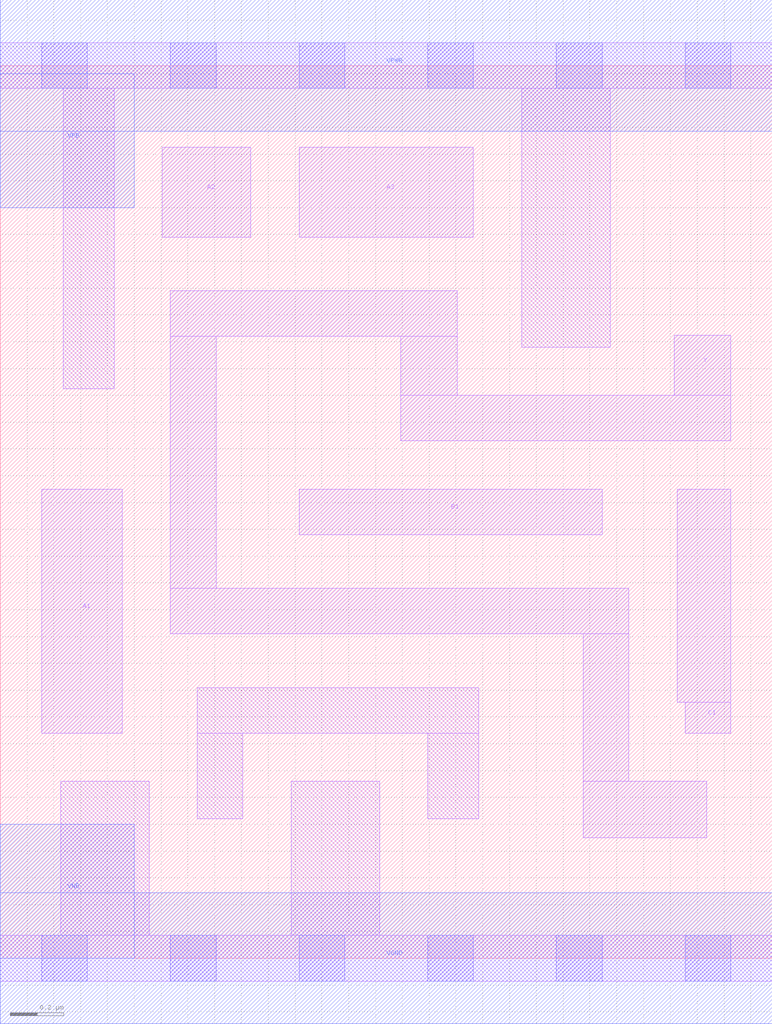
<source format=lef>
# Copyright 2020 The SkyWater PDK Authors
#
# Licensed under the Apache License, Version 2.0 (the "License");
# you may not use this file except in compliance with the License.
# You may obtain a copy of the License at
#
#     https://www.apache.org/licenses/LICENSE-2.0
#
# Unless required by applicable law or agreed to in writing, software
# distributed under the License is distributed on an "AS IS" BASIS,
# WITHOUT WARRANTIES OR CONDITIONS OF ANY KIND, either express or implied.
# See the License for the specific language governing permissions and
# limitations under the License.
#
# SPDX-License-Identifier: Apache-2.0

VERSION 5.5 ;
NAMESCASESENSITIVE ON ;
BUSBITCHARS "[]" ;
DIVIDERCHAR "/" ;
MACRO sky130_fd_sc_lp__o311ai_m
  CLASS CORE ;
  SOURCE USER ;
  ORIGIN  0.000000  0.000000 ;
  SIZE  2.880000 BY  3.330000 ;
  SYMMETRY X Y R90 ;
  SITE unit ;
  PIN A1
    ANTENNAGATEAREA  0.126000 ;
    DIRECTION INPUT ;
    USE SIGNAL ;
    PORT
      LAYER li1 ;
        RECT 0.155000 0.840000 0.455000 1.750000 ;
    END
  END A1
  PIN A2
    ANTENNAGATEAREA  0.126000 ;
    DIRECTION INPUT ;
    USE SIGNAL ;
    PORT
      LAYER li1 ;
        RECT 0.605000 2.690000 0.935000 3.025000 ;
    END
  END A2
  PIN A3
    ANTENNAGATEAREA  0.126000 ;
    DIRECTION INPUT ;
    USE SIGNAL ;
    PORT
      LAYER li1 ;
        RECT 1.115000 2.690000 1.765000 3.025000 ;
    END
  END A3
  PIN B1
    ANTENNAGATEAREA  0.126000 ;
    DIRECTION INPUT ;
    USE SIGNAL ;
    PORT
      LAYER li1 ;
        RECT 1.115000 1.580000 2.245000 1.750000 ;
    END
  END B1
  PIN C1
    ANTENNAGATEAREA  0.126000 ;
    DIRECTION INPUT ;
    USE SIGNAL ;
    PORT
      LAYER li1 ;
        RECT 2.525000 0.955000 2.725000 1.750000 ;
        RECT 2.555000 0.840000 2.725000 0.955000 ;
    END
  END C1
  PIN Y
    ANTENNADIFFAREA  0.340200 ;
    DIRECTION OUTPUT ;
    USE SIGNAL ;
    PORT
      LAYER li1 ;
        RECT 0.635000 1.210000 2.345000 1.380000 ;
        RECT 0.635000 1.380000 0.805000 2.320000 ;
        RECT 0.635000 2.320000 1.705000 2.490000 ;
        RECT 1.495000 1.930000 2.725000 2.100000 ;
        RECT 1.495000 2.100000 1.705000 2.320000 ;
        RECT 2.175000 0.450000 2.635000 0.660000 ;
        RECT 2.175000 0.660000 2.345000 1.210000 ;
        RECT 2.515000 2.100000 2.725000 2.325000 ;
    END
  END Y
  PIN VGND
    DIRECTION INOUT ;
    USE GROUND ;
    PORT
      LAYER met1 ;
        RECT 0.000000 -0.245000 2.880000 0.245000 ;
    END
  END VGND
  PIN VNB
    DIRECTION INOUT ;
    USE GROUND ;
    PORT
      LAYER met1 ;
        RECT 0.000000 0.000000 0.500000 0.500000 ;
    END
  END VNB
  PIN VPB
    DIRECTION INOUT ;
    USE POWER ;
    PORT
      LAYER met1 ;
        RECT 0.000000 2.800000 0.500000 3.300000 ;
    END
  END VPB
  PIN VPWR
    DIRECTION INOUT ;
    USE POWER ;
    PORT
      LAYER met1 ;
        RECT 0.000000 3.085000 2.880000 3.575000 ;
    END
  END VPWR
  OBS
    LAYER li1 ;
      RECT 0.000000 -0.085000 2.880000 0.085000 ;
      RECT 0.000000  3.245000 2.880000 3.415000 ;
      RECT 0.225000  0.085000 0.555000 0.660000 ;
      RECT 0.235000  2.125000 0.425000 3.245000 ;
      RECT 0.735000  0.520000 0.905000 0.840000 ;
      RECT 0.735000  0.840000 1.785000 1.010000 ;
      RECT 1.085000  0.085000 1.415000 0.660000 ;
      RECT 1.595000  0.520000 1.785000 0.840000 ;
      RECT 1.945000  2.280000 2.275000 3.245000 ;
    LAYER mcon ;
      RECT 0.155000 -0.085000 0.325000 0.085000 ;
      RECT 0.155000  3.245000 0.325000 3.415000 ;
      RECT 0.635000 -0.085000 0.805000 0.085000 ;
      RECT 0.635000  3.245000 0.805000 3.415000 ;
      RECT 1.115000 -0.085000 1.285000 0.085000 ;
      RECT 1.115000  3.245000 1.285000 3.415000 ;
      RECT 1.595000 -0.085000 1.765000 0.085000 ;
      RECT 1.595000  3.245000 1.765000 3.415000 ;
      RECT 2.075000 -0.085000 2.245000 0.085000 ;
      RECT 2.075000  3.245000 2.245000 3.415000 ;
      RECT 2.555000 -0.085000 2.725000 0.085000 ;
      RECT 2.555000  3.245000 2.725000 3.415000 ;
  END
END sky130_fd_sc_lp__o311ai_m

</source>
